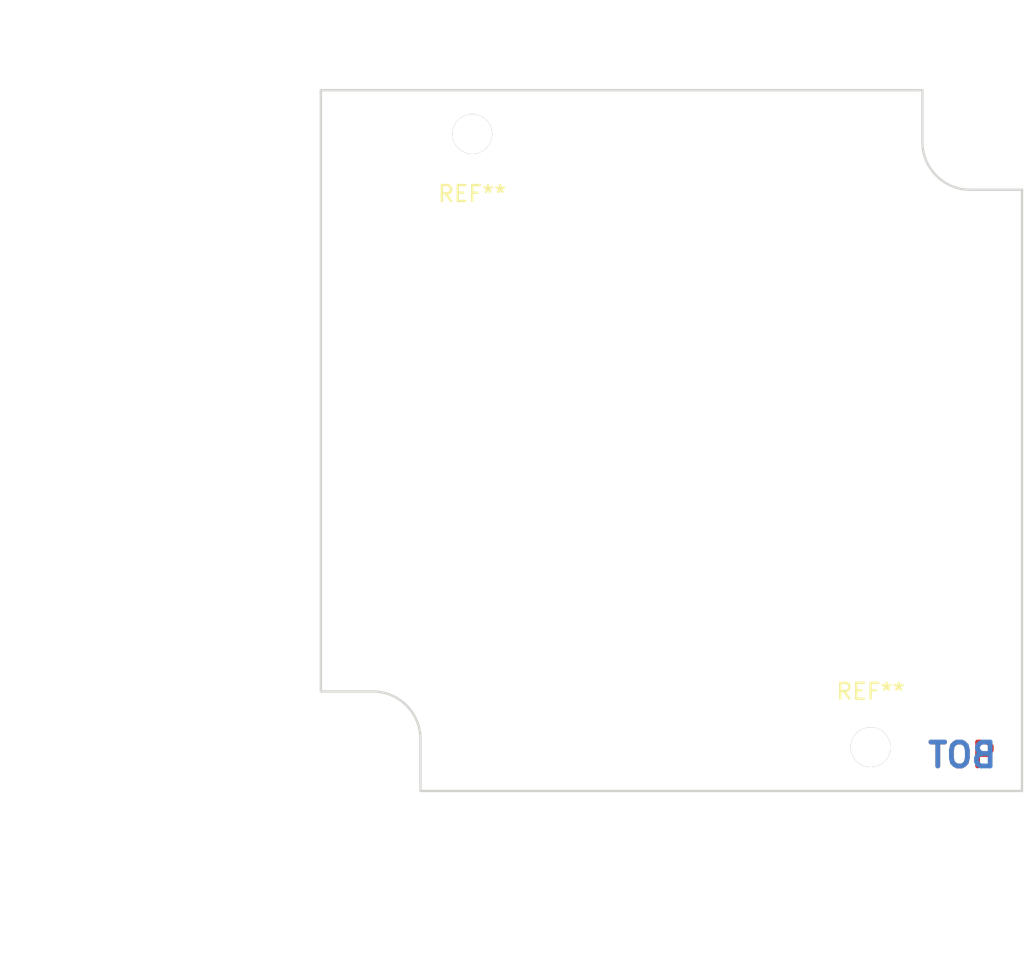
<source format=kicad_pcb>
(kicad_pcb (version 4) (host pcbnew 4.0.4-1.fc25-product)

  (general
    (links 0)
    (no_connects 0)
    (area 119.924999 91.924999 164.075001 136.075001)
    (thickness 1.6)
    (drawings 15)
    (tracks 1)
    (zones 0)
    (modules 2)
    (nets 1)
  )

  (page A4)
  (layers
    (0 F.Cu signal)
    (31 B.Cu signal)
    (32 B.Adhes user)
    (33 F.Adhes user)
    (34 B.Paste user)
    (35 F.Paste user)
    (36 B.SilkS user)
    (37 F.SilkS user)
    (38 B.Mask user)
    (39 F.Mask user)
    (40 Dwgs.User user)
    (41 Cmts.User user)
    (42 Eco1.User user)
    (43 Eco2.User user)
    (44 Edge.Cuts user)
    (45 Margin user)
    (46 B.CrtYd user)
    (47 F.CrtYd user)
    (48 B.Fab user)
    (49 F.Fab user)
  )

  (setup
    (last_trace_width 0.25)
    (trace_clearance 0.2)
    (zone_clearance 0.508)
    (zone_45_only no)
    (trace_min 0.2)
    (segment_width 0.2)
    (edge_width 0.15)
    (via_size 0.6)
    (via_drill 0.4)
    (via_min_size 0.4)
    (via_min_drill 0.3)
    (uvia_size 0.3)
    (uvia_drill 0.1)
    (uvias_allowed no)
    (uvia_min_size 0.2)
    (uvia_min_drill 0.1)
    (pcb_text_width 0.3)
    (pcb_text_size 1.5 1.5)
    (mod_edge_width 0.15)
    (mod_text_size 1 1)
    (mod_text_width 0.15)
    (pad_size 1.524 1.524)
    (pad_drill 0.762)
    (pad_to_mask_clearance 0.2)
    (aux_axis_origin 0 0)
    (grid_origin 120 136)
    (visible_elements FFFFFF7F)
    (pcbplotparams
      (layerselection 0x00030_80000001)
      (usegerberextensions false)
      (excludeedgelayer true)
      (linewidth 0.100000)
      (plotframeref false)
      (viasonmask false)
      (mode 1)
      (useauxorigin false)
      (hpglpennumber 1)
      (hpglpenspeed 20)
      (hpglpendiameter 15)
      (hpglpenoverlay 2)
      (psnegative false)
      (psa4output false)
      (plotreference true)
      (plotvalue true)
      (plotinvisibletext false)
      (padsonsilk false)
      (subtractmaskfromsilk false)
      (outputformat 1)
      (mirror false)
      (drillshape 1)
      (scaleselection 1)
      (outputdirectory ""))
  )

  (net 0 "")

  (net_class Default "This is the default net class."
    (clearance 0.2)
    (trace_width 0.25)
    (via_dia 0.6)
    (via_drill 0.4)
    (uvia_dia 0.3)
    (uvia_drill 0.1)
  )

  (module Mounting_Holes:MountingHole_2-5mm locked (layer F.Cu) (tedit 0) (tstamp 58CB004B)
    (at 154.5 133.25)
    (descr "Mounting hole, Befestigungsbohrung, 2,5mm, No Annular, Kein Restring,")
    (tags "Mounting hole, Befestigungsbohrung, 2,5mm, No Annular, Kein Restring,")
    (fp_text reference REF** (at 0 -3.50012) (layer F.SilkS)
      (effects (font (size 1 1) (thickness 0.15)))
    )
    (fp_text value MountingHole_2-5mm (at -11.5 1.25) (layer F.Fab)
      (effects (font (size 1 1) (thickness 0.15)))
    )
    (fp_circle (center 0 0) (end 2.5 0) (layer Cmts.User) (width 0.381))
    (pad 1 thru_hole circle (at 0 0) (size 2.5 2.5) (drill 2.5) (layers))
  )

  (module Mounting_Holes:MountingHole_2-5mm locked (layer F.Cu) (tedit 0) (tstamp 58CB003F)
    (at 129.5 94.75)
    (descr "Mounting hole, Befestigungsbohrung, 2,5mm, No Annular, Kein Restring,")
    (tags "Mounting hole, Befestigungsbohrung, 2,5mm, No Annular, Kein Restring,")
    (fp_text reference REF** (at 0 3.75) (layer F.SilkS)
      (effects (font (size 1 1) (thickness 0.15)))
    )
    (fp_text value MountingHole_2-5mm (at 11 -1.5) (layer F.Fab)
      (effects (font (size 1 1) (thickness 0.15)))
    )
    (fp_circle (center 0 0) (end 2.5 0) (layer Cmts.User) (width 0.381))
    (pad 1 thru_hole circle (at 0 0) (size 2.5 2.5) (drill 2.5) (layers))
  )

  (dimension 44 (width 0.3) (layer Dwgs.User)
    (gr_text "44,000 mm" (at 106.15 114 90) (layer Dwgs.User)
      (effects (font (size 1.5 1.5) (thickness 0.3)))
    )
    (feature1 (pts (xy 120 92) (xy 104.8 92)))
    (feature2 (pts (xy 120 136) (xy 104.8 136)))
    (crossbar (pts (xy 107.5 136) (xy 107.5 92)))
    (arrow1a (pts (xy 107.5 92) (xy 108.086421 93.126504)))
    (arrow1b (pts (xy 107.5 92) (xy 106.913579 93.126504)))
    (arrow2a (pts (xy 107.5 136) (xy 108.086421 134.873496)))
    (arrow2b (pts (xy 107.5 136) (xy 106.913579 134.873496)))
  )
  (dimension 44 (width 0.3) (layer Dwgs.User)
    (gr_text "44,000 mm" (at 142 147.099999) (layer Dwgs.User)
      (effects (font (size 1.5 1.5) (thickness 0.3)))
    )
    (feature1 (pts (xy 164 136) (xy 164 148.449999)))
    (feature2 (pts (xy 120 136) (xy 120 148.449999)))
    (crossbar (pts (xy 120 145.749999) (xy 164 145.749999)))
    (arrow1a (pts (xy 164 145.749999) (xy 162.873496 146.33642)))
    (arrow1b (pts (xy 164 145.749999) (xy 162.873496 145.163578)))
    (arrow2a (pts (xy 120 145.749999) (xy 121.126504 146.33642)))
    (arrow2b (pts (xy 120 145.749999) (xy 121.126504 145.163578)))
  )
  (gr_text BOT (at 160.25 133.75 360) (layer B.Cu) (tstamp 58CB005D)
    (effects (font (size 1.5 1.5) (thickness 0.3)) (justify mirror))
  )
  (gr_text TOP (at 160.25 133.75 360) (layer F.Cu)
    (effects (font (size 1.5 1.5) (thickness 0.3)))
  )
  (gr_text "Hammond 1551R PCB Template" (at 137.78 87.74) (layer Dwgs.User)
    (effects (font (size 1.5 1.5) (thickness 0.3)))
  )
  (gr_arc (start 123.25 132.75) (end 123.25 129.75) (angle 90) (layer Edge.Cuts) (width 0.15))
  (gr_line (start 123.25 129.75) (end 120 129.75) (layer Edge.Cuts) (width 0.15))
  (gr_line (start 126.25 132.75) (end 126.25 136) (layer Edge.Cuts) (width 0.15))
  (gr_arc (start 160.75 95.25) (end 160.75 98.25) (angle 90) (layer Edge.Cuts) (width 0.15))
  (gr_line (start 160.75 98.25) (end 164 98.25) (layer Edge.Cuts) (width 0.15))
  (gr_line (start 157.75 92) (end 157.75 95.25) (layer Edge.Cuts) (width 0.15))
  (gr_line (start 164 136) (end 126.25 136) (layer Edge.Cuts) (width 0.15))
  (gr_line (start 164 98.25) (end 164 136) (layer Edge.Cuts) (width 0.15))
  (gr_line (start 120 92) (end 157.75 92) (layer Edge.Cuts) (width 0.15))
  (gr_line (start 120 129.75) (end 120 92) (layer Edge.Cuts) (width 0.15))

  (segment (start 114.3 114.3) (end 114.3 63.5) (width 0.25) (layer Dwgs.User) (net 0))

)

</source>
